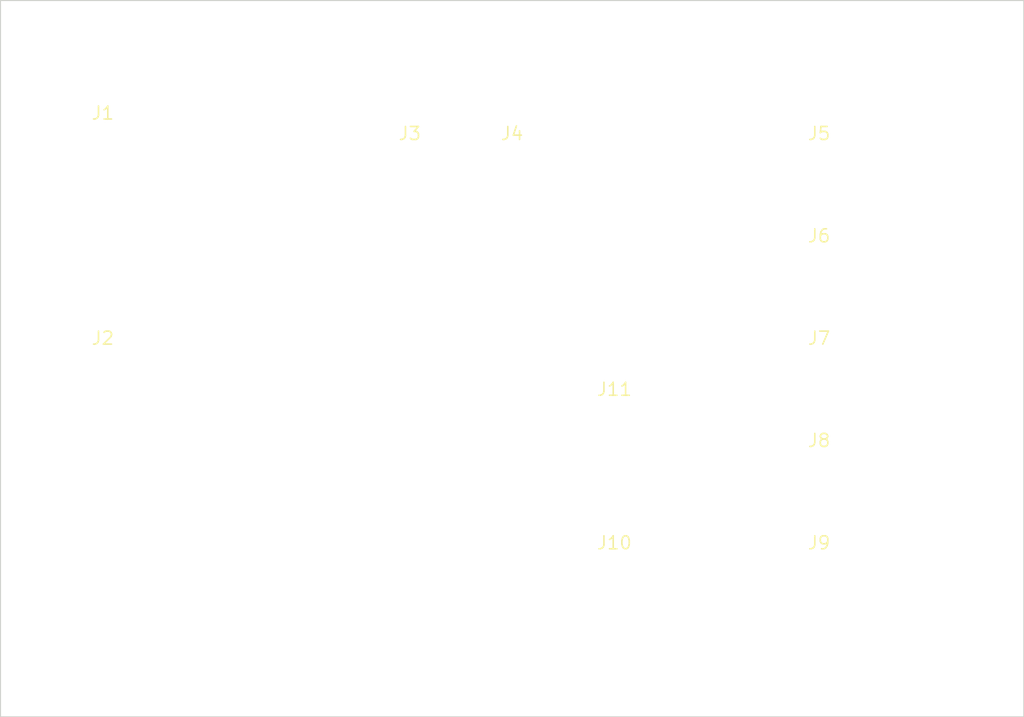
<source format=kicad_pcb>
(kicad_pcb (version 20211014) (generator pcbnew)
  (layers (0 "F.Cu" signal) (31 "B.Cu" signal) (34 "B.Paste" user) (35 "F.Paste" user) (36 "B.SilkS" user) (37 "F.SilkS" user) (38 "B.Mask" user) (39 "F.Mask" user) (44 "Edge.Cuts" user))
  (net 0 "")
  (gr_rect (start 0 0) (end 100 70) (layer "Edge.Cuts") (width 0.1))
  (footprint "MountingHole:MountingHole_3.2mm_M3" (layer "F.Cu") (at 5 5)
    (fp_text reference "H1" hide)
    (fp_text value "MountingHole" hide)
    (pad "1" np_thru_hole circle (at 0 0) (size 3.2 3.2) (drill 3.2) (layers *.Cu *.Mask))
  )
  (footprint "MountingHole:MountingHole_3.2mm_M3" (layer "F.Cu") (at 95 5)
    (fp_text reference "H2" hide)
    (fp_text value "MountingHole" hide)
    (pad "1" np_thru_hole circle (at 0 0) (size 3.2 3.2) (drill 3.2) (layers *.Cu *.Mask))
  )
  (footprint "MountingHole:MountingHole_3.2mm_M3" (layer "F.Cu") (at 95 65)
    (fp_text reference "H3" hide)
    (fp_text value "MountingHole" hide)
    (pad "1" np_thru_hole circle (at 0 0) (size 3.2 3.2) (drill 3.2) (layers *.Cu *.Mask))
  )
  (footprint "MountingHole:MountingHole_3.2mm_M3" (layer "F.Cu") (at 5 65)
    (fp_text reference "H4" hide)
    (fp_text value "MountingHole" hide)
    (pad "1" np_thru_hole circle (at 0 0) (size 3.2 3.2) (drill 3.2) (layers *.Cu *.Mask))
  )
  (footprint "TerminalBlock:TerminalBlock_5.08mm_2pin" (layer "F.Cu") (at 10 15)
    (fp_text reference "J1" (at 0 -4) (layer "F.SilkS"))
    (fp_text value "12V_IN")
  )
  (footprint "Connector_PinHeader_2.54mm:PinHeader_1x04_P2.54mm_Vertical" (layer "F.Cu") (at 10 35)
    (fp_text reference "J2" (at 0 -2) (layer "F.SilkS"))
    (fp_text value "BUCK_5V")
  )
  (footprint "Connector_PinHeader_2.54mm:PinHeader_1x19_P2.54mm_Vertical" (layer "F.Cu") (at 40 15)
    (fp_text reference "J3" (at 0 -2) (layer "F.SilkS"))
    (fp_text value "ESP32_L")
  )
  (footprint "Connector_PinHeader_2.54mm:PinHeader_1x19_P2.54mm_Vertical" (layer "F.Cu") (at 50 15)
    (fp_text reference "J4" (at 0 -2) (layer "F.SilkS"))
    (fp_text value "ESP32_R")
  )
  (footprint "Connector_PinHeader_2.54mm:PinHeader_1x03_P2.54mm_Vertical" (layer "F.Cu") (at 80 15)
    (fp_text reference "J5" (at 0 -2) (layer "F.SilkS"))
    (fp_text value "XKC1")
  )
  (footprint "Connector_PinHeader_2.54mm:PinHeader_1x03_P2.54mm_Vertical" (layer "F.Cu") (at 80 25)
    (fp_text reference "J6" (at 0 -2) (layer "F.SilkS"))
    (fp_text value "XKC2")
  )
  (footprint "Connector_PinHeader_2.54mm:PinHeader_1x03_P2.54mm_Vertical" (layer "F.Cu") (at 80 35)
    (fp_text reference "J7" (at 0 -2) (layer "F.SilkS"))
    (fp_text value "XKC3")
  )
  (footprint "Connector_PinHeader_2.54mm:PinHeader_1x03_P2.54mm_Vertical" (layer "F.Cu") (at 80 45)
    (fp_text reference "J8" (at 0 -2) (layer "F.SilkS"))
    (fp_text value "XKC4")
  )
  (footprint "Connector_PinHeader_2.54mm:PinHeader_1x03_P2.54mm_Vertical" (layer "F.Cu") (at 80 55)
    (fp_text reference "J9" (at 0 -2) (layer "F.SilkS"))
    (fp_text value "XKC5")
  )
  (footprint "Connector_PinHeader_2.54mm:PinHeader_1x03_P2.54mm_Vertical" (layer "F.Cu") (at 60 55)
    (fp_text reference "J10" (at 0 -2) (layer "F.SilkS"))
    (fp_text value "DS18B20")
  )
  (footprint "Connector_PinHeader_2.54mm:PinHeader_1x04_P2.54mm_Vertical" (layer "F.Cu") (at 60 40)
    (fp_text reference "J11" (at 0 -2) (layer "F.SilkS"))
    (fp_text value "BME_I2C")
  )
)
</source>
